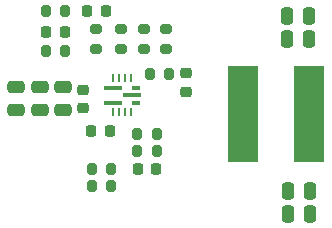
<source format=gtp>
G04 #@! TF.GenerationSoftware,KiCad,Pcbnew,8.0.5*
G04 #@! TF.CreationDate,2024-10-12T18:01:46+02:00*
G04 #@! TF.ProjectId,DCDC_converter,44434443-5f63-46f6-9e76-65727465722e,rev?*
G04 #@! TF.SameCoordinates,Original*
G04 #@! TF.FileFunction,Paste,Top*
G04 #@! TF.FilePolarity,Positive*
%FSLAX46Y46*%
G04 Gerber Fmt 4.6, Leading zero omitted, Abs format (unit mm)*
G04 Created by KiCad (PCBNEW 8.0.5) date 2024-10-12 18:01:46*
%MOMM*%
%LPD*%
G01*
G04 APERTURE LIST*
G04 Aperture macros list*
%AMRoundRect*
0 Rectangle with rounded corners*
0 $1 Rounding radius*
0 $2 $3 $4 $5 $6 $7 $8 $9 X,Y pos of 4 corners*
0 Add a 4 corners polygon primitive as box body*
4,1,4,$2,$3,$4,$5,$6,$7,$8,$9,$2,$3,0*
0 Add four circle primitives for the rounded corners*
1,1,$1+$1,$2,$3*
1,1,$1+$1,$4,$5*
1,1,$1+$1,$6,$7*
1,1,$1+$1,$8,$9*
0 Add four rect primitives between the rounded corners*
20,1,$1+$1,$2,$3,$4,$5,0*
20,1,$1+$1,$4,$5,$6,$7,0*
20,1,$1+$1,$6,$7,$8,$9,0*
20,1,$1+$1,$8,$9,$2,$3,0*%
G04 Aperture macros list end*
%ADD10RoundRect,0.250000X0.250000X0.475000X-0.250000X0.475000X-0.250000X-0.475000X0.250000X-0.475000X0*%
%ADD11RoundRect,0.200000X-0.200000X-0.275000X0.200000X-0.275000X0.200000X0.275000X-0.200000X0.275000X0*%
%ADD12RoundRect,0.250000X-0.475000X0.250000X-0.475000X-0.250000X0.475000X-0.250000X0.475000X0.250000X0*%
%ADD13RoundRect,0.200000X-0.275000X0.200000X-0.275000X-0.200000X0.275000X-0.200000X0.275000X0.200000X0*%
%ADD14RoundRect,0.200000X0.275000X-0.200000X0.275000X0.200000X-0.275000X0.200000X-0.275000X-0.200000X0*%
%ADD15RoundRect,0.225000X0.225000X0.250000X-0.225000X0.250000X-0.225000X-0.250000X0.225000X-0.250000X0*%
%ADD16R,2.600000X8.200000*%
%ADD17RoundRect,0.200000X0.200000X0.275000X-0.200000X0.275000X-0.200000X-0.275000X0.200000X-0.275000X0*%
%ADD18RoundRect,0.218750X-0.218750X-0.256250X0.218750X-0.256250X0.218750X0.256250X-0.218750X0.256250X0*%
%ADD19RoundRect,0.225000X0.250000X-0.225000X0.250000X0.225000X-0.250000X0.225000X-0.250000X-0.225000X0*%
%ADD20RoundRect,0.225000X-0.250000X0.225000X-0.250000X-0.225000X0.250000X-0.225000X0.250000X0.225000X0*%
%ADD21R,1.500000X0.300000*%
%ADD22R,0.250000X0.700000*%
%ADD23R,0.700000X0.300000*%
G04 APERTURE END LIST*
D10*
X89654998Y-53640000D03*
X87755000Y-53640000D03*
D11*
X67312500Y-51275000D03*
X68962500Y-51275000D03*
D12*
X68772500Y-57735000D03*
X68772500Y-59634998D03*
D10*
X89704998Y-68460000D03*
X87805000Y-68460000D03*
D13*
X77537500Y-52820000D03*
X77537500Y-54470000D03*
D14*
X73732500Y-54475000D03*
X73732500Y-52825000D03*
D15*
X68922500Y-53050000D03*
X67372500Y-53050000D03*
D11*
X71242500Y-64655000D03*
X72892500Y-64655000D03*
X67327500Y-54660000D03*
X68977500Y-54660000D03*
D16*
X84037500Y-60000000D03*
X89637500Y-60000000D03*
D17*
X76722500Y-63125000D03*
X75072500Y-63125000D03*
D18*
X70850000Y-51275000D03*
X72425000Y-51275000D03*
D19*
X79182500Y-58095000D03*
X79182500Y-56545000D03*
D11*
X71242500Y-66115000D03*
X72892500Y-66115000D03*
X75072500Y-61665000D03*
X76722500Y-61665000D03*
D14*
X71605000Y-54475000D03*
X71605000Y-52825000D03*
D15*
X76672500Y-64655000D03*
X75122500Y-64655000D03*
D12*
X66812500Y-57735002D03*
X66812500Y-59635000D03*
D10*
X89704998Y-66500000D03*
X87805000Y-66500000D03*
X89654999Y-51680000D03*
X87755001Y-51680000D03*
D20*
X70482500Y-57925000D03*
X70482500Y-59475000D03*
D12*
X64852500Y-57735002D03*
X64852500Y-59635000D03*
D11*
X76142500Y-56565000D03*
X77792500Y-56565000D03*
D21*
X73012500Y-57755000D03*
X73012500Y-59055000D03*
D22*
X73062500Y-59855000D03*
X73562500Y-59855000D03*
X74062500Y-59855000D03*
X74562500Y-59855000D03*
D23*
X75012500Y-59055000D03*
D21*
X74612500Y-58405000D03*
D23*
X75012500Y-57755000D03*
D22*
X74562500Y-56955000D03*
X74062500Y-56955000D03*
X73562500Y-56955000D03*
X73062500Y-56955000D03*
D15*
X72742500Y-61395000D03*
X71192500Y-61395000D03*
D14*
X75637500Y-54470000D03*
X75637500Y-52820000D03*
M02*

</source>
